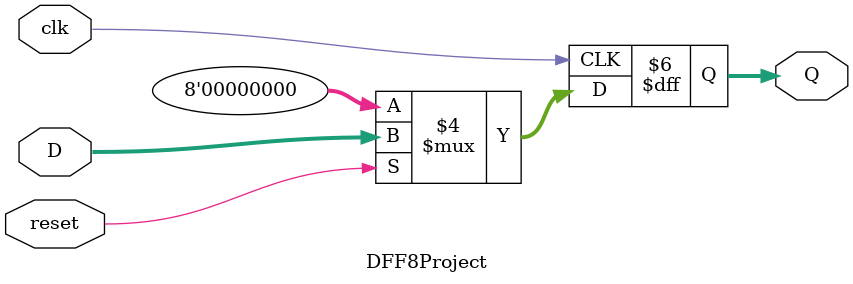
<source format=v>
module DFF8Project(D, clk, reset, Q);

input wire [7:0] D;
input wire reset, clk;
output reg [7:0] Q;

always @(posedge clk)
begin
	if (~reset)
		begin
			Q <= 8'b00000000;
		end
	else
		begin
			Q <= D;
		end
end

endmodule

</source>
